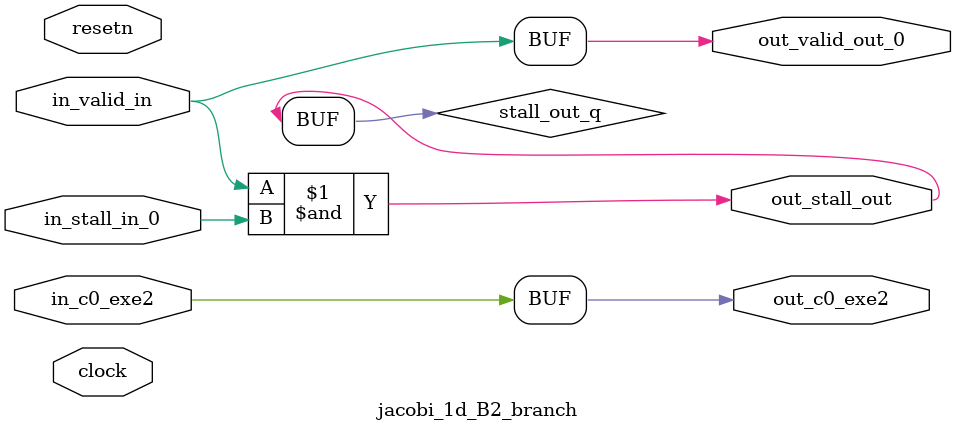
<source format=sv>



(* altera_attribute = "-name AUTO_SHIFT_REGISTER_RECOGNITION OFF; -name MESSAGE_DISABLE 10036; -name MESSAGE_DISABLE 10037; -name MESSAGE_DISABLE 14130; -name MESSAGE_DISABLE 14320; -name MESSAGE_DISABLE 15400; -name MESSAGE_DISABLE 14130; -name MESSAGE_DISABLE 10036; -name MESSAGE_DISABLE 12020; -name MESSAGE_DISABLE 12030; -name MESSAGE_DISABLE 12010; -name MESSAGE_DISABLE 12110; -name MESSAGE_DISABLE 14320; -name MESSAGE_DISABLE 13410; -name MESSAGE_DISABLE 113007; -name MESSAGE_DISABLE 10958" *)
module jacobi_1d_B2_branch (
    input wire [0:0] in_c0_exe2,
    input wire [0:0] in_stall_in_0,
    input wire [0:0] in_valid_in,
    output wire [0:0] out_c0_exe2,
    output wire [0:0] out_stall_out,
    output wire [0:0] out_valid_out_0,
    input wire clock,
    input wire resetn
    );

    wire [0:0] stall_out_q;


    // out_c0_exe2(GPOUT,5)
    assign out_c0_exe2 = in_c0_exe2;

    // stall_out(LOGICAL,8)
    assign stall_out_q = in_valid_in & in_stall_in_0;

    // out_stall_out(GPOUT,6)
    assign out_stall_out = stall_out_q;

    // out_valid_out_0(GPOUT,7)
    assign out_valid_out_0 = in_valid_in;

endmodule

</source>
